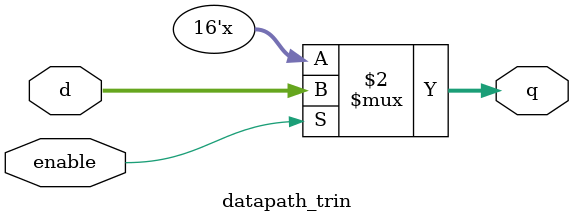
<source format=v>
module datapath_trin(enable, d, q);
	input enable;
	input [15:0] d;
	output [15:0] q;
	assign q = (enable == 1'b1) ? d : 16'bz;
endmodule
</source>
